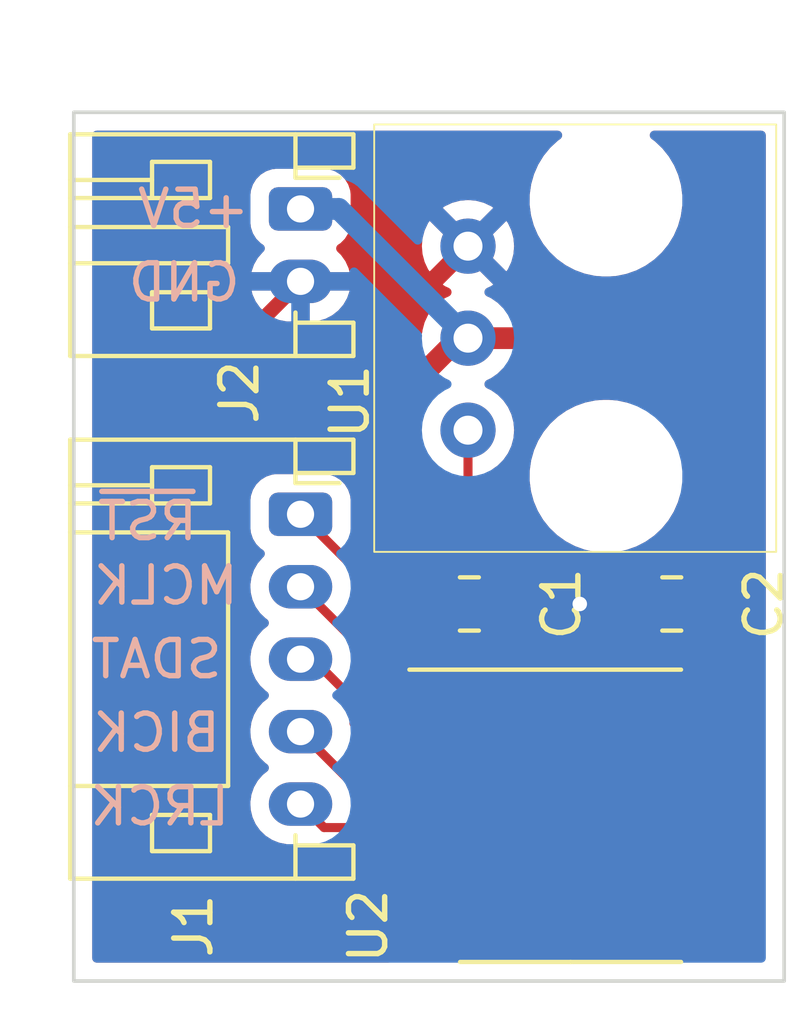
<source format=kicad_pcb>
(kicad_pcb (version 20211014) (generator pcbnew)
  (layers (0 "F.Cu" signal) (31 "B.Cu" signal) (34 "B.Paste" user) (35 "F.Paste" user) (36 "B.SilkS" user "B.Silkscreen") (37 "F.SilkS" user "F.Silkscreen") (38 "B.Mask" user) (39 "F.Mask" user) (44 "Edge.Cuts" user))
  (net 0 "")
  (net 1 "GND")
  (net 2 "+5V")
  (net 3 "/LRCK")
  (net 4 "/SDAT")
  (net 5 "/RESET")
  (net 6 "/MCLK")
  (net 11 "/TXP")
  (net 18 "/BICK")
  (footprint "Package_SO:TSSOP-24_6.1x7.8mm_P0.65mm" (layer "F.Cu") (at 55.372 113.036427)
    (fp_text reference "U2" (at -5.588 3.041573 90) (layer "F.SilkS"))
    (fp_text value "AK4103A")
    (fp_line (start 0 4.035) (end -3.05 4.035) (layer "F.SilkS") (width 0.12))
    (fp_line (start 0 4.035) (end 3.05 4.035) (layer "F.SilkS") (width 0.12))
    (fp_line (start 0 -4.035) (end 3.05 -4.035) (layer "F.SilkS") (width 0.12))
    (fp_line (start 0 -4.035) (end -4.45 -4.035) (layer "F.SilkS") (width 0.12))
    (pad "1" smd roundrect locked (at -3.7125 -3.575) (size 1.475 0.4) (layers "F.Cu" "F.Paste" "F.Mask") (net 1 "GND"))
    (pad "2" smd roundrect locked (at -3.7125 -2.925) (size 1.475 0.4) (layers "F.Cu" "F.Paste" "F.Mask") (net 1 "GND"))
    (pad "3" smd roundrect locked (at -3.7125 -2.275) (size 1.475 0.4) (layers "F.Cu" "F.Paste" "F.Mask") (net 5 "/RESET"))
    (pad "4" smd roundrect locked (at -3.7125 -1.625) (size 1.475 0.4) (layers "F.Cu" "F.Paste" "F.Mask") (net 6 "/MCLK"))
    (pad "5" smd roundrect locked (at -3.7125 -0.975) (size 1.475 0.4) (layers "F.Cu" "F.Paste" "F.Mask") (net 4 "/SDAT"))
    (pad "6" smd roundrect locked (at -3.7125 -0.325) (size 1.475 0.4) (layers "F.Cu" "F.Paste" "F.Mask") (net 18 "/BICK"))
    (pad "7" smd roundrect locked (at -3.7125 0.325) (size 1.475 0.4) (layers "F.Cu" "F.Paste" "F.Mask") (net 3 "/LRCK"))
    (pad "8" smd roundrect locked (at -3.7125 0.975) (size 1.475 0.4) (layers "F.Cu" "F.Paste" "F.Mask"))
    (pad "9" smd roundrect locked (at -3.7125 1.625) (size 1.475 0.4) (layers "F.Cu" "F.Paste" "F.Mask"))
    (pad "10" smd roundrect locked (at -3.7125 2.275) (size 1.475 0.4) (layers "F.Cu" "F.Paste" "F.Mask"))
    (pad "11" smd roundrect locked (at -3.7125 2.925) (size 1.475 0.4) (layers "F.Cu" "F.Paste" "F.Mask"))
    (pad "12" smd roundrect locked (at -3.7125 3.575) (size 1.475 0.4) (layers "F.Cu" "F.Paste" "F.Mask") (net 1 "GND"))
    (pad "13" smd roundrect locked (at 3.7125 3.575) (size 1.475 0.4) (layers "F.Cu" "F.Paste" "F.Mask"))
    (pad "14" smd roundrect locked (at 3.7125 2.925) (size 1.475 0.4) (layers "F.Cu" "F.Paste" "F.Mask"))
    (pad "15" smd roundrect locked (at 3.7125 2.275) (size 1.475 0.4) (layers "F.Cu" "F.Paste" "F.Mask"))
    (pad "16" smd roundrect locked (at 3.7125 1.625) (size 1.475 0.4) (layers "F.Cu" "F.Paste" "F.Mask"))
    (pad "17" smd roundrect locked (at 3.7125 0.975) (size 1.475 0.4) (layers "F.Cu" "F.Paste" "F.Mask") (net 2 "+5V"))
    (pad "18" smd roundrect locked (at 3.7125 0.325) (size 1.475 0.4) (layers "F.Cu" "F.Paste" "F.Mask") (net 1 "GND"))
    (pad "19" smd roundrect locked (at 3.7125 -0.325) (size 1.475 0.4) (layers "F.Cu" "F.Paste" "F.Mask"))
    (pad "20" smd roundrect locked (at 3.7125 -0.975) (size 1.475 0.4) (layers "F.Cu" "F.Paste" "F.Mask") (net 11 "/TXP"))
    (pad "21" smd roundrect locked (at 3.7125 -1.625) (size 1.475 0.4) (layers "F.Cu" "F.Paste" "F.Mask") (net 2 "+5V"))
    (pad "22" smd roundrect locked (at 3.7125 -2.275) (size 1.475 0.4) (layers "F.Cu" "F.Paste" "F.Mask"))
    (pad "23" smd roundrect locked (at 3.7125 -2.925) (size 1.475 0.4) (layers "F.Cu" "F.Paste" "F.Mask"))
    (pad "24" smd roundrect locked (at 3.7125 -3.575) (size 1.475 0.4) (layers "F.Cu" "F.Paste" "F.Mask"))
  )
  (footprint "footprints:Toshiba_TOTX177" (layer "F.Cu") (at 54.91 96.03 -90)
    (fp_text reference "U1" (at 5.57 5.634 90) (layer "F.SilkS"))
    (fp_text value "TOTX-177L")
    (fp_rect (start -2.08 -6.14) (end 9.72 4.96) (layer "F.SilkS") (width 0.05) (fill none))
    (pad "" np_thru_hole circle (at 0.01 -1.44 270) (size 3.2 3.2) (drill 3.2) (layers *.Cu *.Mask))
    (pad "" np_thru_hole circle (at 7.63 -1.44 270) (size 3.2 3.2) (drill 3.2) (layers *.Cu *.Mask))
    (pad "1" thru_hole circle (at 6.36 2.37 270) (size 1.524 1.524) (drill 0.8) (layers *.Cu *.Mask) (net 11 "/TXP"))
    (pad "2" thru_hole circle (at 3.82 2.37 270) (size 1.524 1.524) (drill 0.8) (layers *.Cu *.Mask) (net 2 "+5V"))
    (pad "3" thru_hole circle (at 1.28 2.37 270) (size 1.524 1.524) (drill 0.8) (layers *.Cu *.Mask) (net 1 "GND"))
  )
  (footprint "Connector_JST:JST_PH_S2B-PH-K_1x02_P2.00mm_Horizontal" (layer "F.Cu") (at 47.916 96.282 -90)
    (fp_text reference "J2" (at 5.064 1.688 90) (layer "F.SilkS"))
    (fp_text value "Conn_01x02_Male")
    (fp_line (start 2.3 4.1) (end 2.3 2.5) (layer "F.SilkS") (width 0.12))
    (fp_line (start 2.3 2.5) (end 3.3 2.5) (layer "F.SilkS") (width 0.12))
    (fp_line (start -1.14 -1.46) (end -2.06 -1.46) (layer "F.SilkS") (width 0.12))
    (fp_line (start -1.3 2.5) (end -1.3 4.1) (layer "F.SilkS") (width 0.12))
    (fp_line (start -2.06 0.14) (end -1.14 0.14) (layer "F.SilkS") (width 0.12))
    (fp_line (start 3.14 -1.46) (end 3.14 0.14) (layer "F.SilkS") (width 0.12))
    (fp_line (start -2.06 -1.46) (end -2.06 6.36) (layer "F.SilkS") (width 0.12))
    (fp_line (start 0.5 6.36) (end 0.5 2) (layer "F.SilkS") (width 0.12))
    (fp_line (start -0.3 2.5) (end -1.3 2.5) (layer "F.SilkS") (width 0.12))
    (fp_line (start -0.86 0.14) (end -0.86 -1.075) (layer "F.SilkS") (width 0.12))
    (fp_line (start -0.8 4.1) (end -0.8 6.36) (layer "F.SilkS") (width 0.12))
    (fp_line (start 0.5 2) (end 1.5 2) (layer "F.SilkS") (width 0.12))
    (fp_line (start 4.06 6.36) (end 4.06 -1.46) (layer "F.SilkS") (width 0.12))
    (fp_line (start 4.06 0.14) (end 3.14 0.14) (layer "F.SilkS") (width 0.12))
    (fp_line (start 3.3 2.5) (end 3.3 4.1) (layer "F.SilkS") (width 0.12))
    (fp_line (start -2.06 6.36) (end 4.06 6.36) (layer "F.SilkS") (width 0.12))
    (fp_line (start 4.06 -1.46) (end 3.14 -1.46) (layer "F.SilkS") (width 0.12))
    (fp_line (start 1.5 2) (end 1.5 6.36) (layer "F.SilkS") (width 0.12))
    (fp_line (start 3.3 4.1) (end 2.3 4.1) (layer "F.SilkS") (width 0.12))
    (fp_line (start -0.3 4.1) (end -0.3 2.5) (layer "F.SilkS") (width 0.12))
    (fp_line (start -0.86 0.14) (end -1.14 0.14) (layer "F.SilkS") (width 0.12))
    (fp_line (start 3.14 0.14) (end 2.86 0.14) (layer "F.SilkS") (width 0.12))
    (fp_line (start -1.3 4.1) (end -0.3 4.1) (layer "F.SilkS") (width 0.12))
    (fp_line (start -1.14 0.14) (end -1.14 -1.46) (layer "F.SilkS") (width 0.12))
    (fp_line (start -0.3 4.1) (end -0.3 6.36) (layer "F.SilkS") (width 0.12))
    (pad "1" thru_hole roundrect (at 0 0 270) (size 1.2 1.75) (drill 0.75) (layers *.Cu *.Mask) (roundrect_rratio 0.2083333333) (net 2 "+5V"))
    (pad "2" thru_hole oval (at 2 0 270) (size 1.2 1.75) (drill 0.75) (layers *.Cu *.Mask) (net 1 "GND"))
  )
  (footprint "Capacitor_SMD:C_0805_2012Metric_Pad1.18x1.45mm_HandSolder" (layer "F.Cu") (at 58.166 107.188)
    (fp_text reference "C2" (at 2.54 0 90) (layer "F.SilkS"))
    (fp_text value "0.1u/35V")
    (fp_line (start -0.261252 -0.735) (end 0.261252 -0.735) (layer "F.SilkS") (width 0.12))
    (fp_line (start -0.261252 0.735) (end 0.261252 0.735) (layer "F.SilkS") (width 0.12))
    (pad "1" smd roundrect (at -1.0375 0) (size 1.175 1.45) (layers "F.Cu" "F.Paste" "F.Mask") (roundrect_rratio 0.2127659574) (net 1 "GND"))
    (pad "2" smd roundrect (at 1.0375 0) (size 1.175 1.45) (layers "F.Cu" "F.Paste" "F.Mask") (roundrect_rratio 0.2127659574) (net 2 "+5V"))
  )
  (footprint "Connector_JST:JST_PH_S5B-PH-K_1x05_P2.00mm_Horizontal" (layer "F.Cu") (at 47.916 104.712 -90)
    (fp_text reference "J1" (at 11.366 2.958 90) (layer "F.SilkS"))
    (fp_text value "Conn_01x05_Male")
    (fp_line (start 8.3 2.5) (end 9.3 2.5) (layer "F.SilkS") (width 0.12))
    (fp_line (start -1.3 2.5) (end -1.3 4.1) (layer "F.SilkS") (width 0.12))
    (fp_line (start 7.5 2) (end 7.5 6.36) (layer "F.SilkS") (width 0.12))
    (fp_line (start 0.5 2) (end 7.5 2) (layer "F.SilkS") (width 0.12))
    (fp_line (start -0.86 0.14) (end -1.14 0.14) (layer "F.SilkS") (width 0.12))
    (fp_line (start 10.06 -1.46) (end 9.14 -1.46) (layer "F.SilkS") (width 0.12))
    (fp_line (start -1.14 -1.46) (end -2.06 -1.46) (layer "F.SilkS") (width 0.12))
    (fp_line (start 8.3 4.1) (end 8.3 2.5) (layer "F.SilkS") (width 0.12))
    (fp_line (start -0.8 4.1) (end -0.8 6.36) (layer "F.SilkS") (width 0.12))
    (fp_line (start 9.3 4.1) (end 8.3 4.1) (layer "F.SilkS") (width 0.12))
    (fp_line (start -2.06 0.14) (end -1.14 0.14) (layer "F.SilkS") (width 0.12))
    (fp_line (start 10.06 0.14) (end 9.14 0.14) (layer "F.SilkS") (width 0.12))
    (fp_line (start -2.06 -1.46) (end -2.06 6.36) (layer "F.SilkS") (width 0.12))
    (fp_line (start -1.3 4.1) (end -0.3 4.1) (layer "F.SilkS") (width 0.12))
    (fp_line (start -0.3 2.5) (end -1.3 2.5) (layer "F.SilkS") (width 0.12))
    (fp_line (start -2.06 6.36) (end 10.06 6.36) (layer "F.SilkS") (width 0.12))
    (fp_line (start 9.14 0.14) (end 8.86 0.14) (layer "F.SilkS") (width 0.12))
    (fp_line (start -0.3 4.1) (end -0.3 6.36) (layer "F.SilkS") (width 0.12))
    (fp_line (start 10.06 6.36) (end 10.06 -1.46) (layer "F.SilkS") (width 0.12))
    (fp_line (start -1.14 0.14) (end -1.14 -1.46) (layer "F.SilkS") (width 0.12))
    (fp_line (start 9.3 2.5) (end 9.3 4.1) (layer "F.SilkS") (width 0.12))
    (fp_line (start 0.5 6.36) (end 0.5 2) (layer "F.SilkS") (width 0.12))
    (fp_line (start -0.3 4.1) (end -0.3 2.5) (layer "F.SilkS") (width 0.12))
    (fp_line (start -0.86 0.14) (end -0.86 -1.075) (layer "F.SilkS") (width 0.12))
    (fp_line (start 9.14 -1.46) (end 9.14 0.14) (layer "F.SilkS") (width 0.12))
    (pad "1" thru_hole roundrect (at 0 0 270) (size 1.2 1.75) (drill 0.75) (layers *.Cu *.Mask) (roundrect_rratio 0.2083333333) (net 5 "/RESET"))
    (pad "2" thru_hole oval (at 2 0 270) (size 1.2 1.75) (drill 0.75) (layers *.Cu *.Mask) (net 6 "/MCLK"))
    (pad "3" thru_hole oval (at 4 0 270) (size 1.2 1.75) (drill 0.75) (layers *.Cu *.Mask) (net 4 "/SDAT"))
    (pad "4" thru_hole oval (at 6 0 270) (size 1.2 1.75) (drill 0.75) (layers *.Cu *.Mask) (net 18 "/BICK"))
    (pad "5" thru_hole oval (at 8 0 270) (size 1.2 1.75) (drill 0.75) (layers *.Cu *.Mask) (net 3 "/LRCK"))
  )
  (footprint "Capacitor_SMD:C_0805_2012Metric_Pad1.18x1.45mm_HandSolder" (layer "F.Cu") (at 52.578 107.188 180)
    (fp_text reference "C1" (at -2.54 0 270) (layer "F.SilkS"))
    (fp_text value "0.1u/35V")
    (fp_line (start -0.261252 -0.735) (end 0.261252 -0.735) (layer "F.SilkS") (width 0.12))
    (fp_line (start -0.261252 0.735) (end 0.261252 0.735) (layer "F.SilkS") (width 0.12))
    (pad "1" smd roundrect (at -1.0375 0 180) (size 1.175 1.45) (layers "F.Cu" "F.Paste" "F.Mask") (roundrect_rratio 0.2127659574) (net 1 "GND"))
    (pad "2" smd roundrect (at 1.0375 0 180) (size 1.175 1.45) (layers "F.Cu" "F.Paste" "F.Mask") (roundrect_rratio 0.2127659574) (net 2 "+5V"))
  )
  (gr_rect (start 41.656 93.614) (end 61.27 117.598) (layer "Edge.Cuts") (width 0.1) (fill none))
  (gr_text "GND" (at 44.704 98.313) (layer "B.SilkS") (effects (font (size 1 1)) (justify mirror)))
  (gr_text "BICK" (at 43.942 110.744) (layer "B.SilkS") (effects (font (size 1 1)) (justify mirror)))
  (gr_text "~{RST}" (at 43.688 104.902) (layer "B.SilkS") (effects (font (size 1 1)) (justify mirror)))
  (gr_text "LRCK" (at 44.03 112.776) (layer "B.SilkS") (effects (font (size 1 1)) (justify mirror)))
  (gr_text "MCLK" (at 44.196 106.68) (layer "B.SilkS") (effects (font (size 1 1)) (justify mirror)))
  (gr_text "SDAT" (at 43.942 108.712) (layer "B.SilkS") (effects (font (size 1 1)) (justify mirror)))
  (gr_text "+5V" (at 44.958 96.281) (layer "B.SilkS") (effects (font (size 1 1)) (justify mirror)))
  (segment (start 51.6595 109.461427) (end 51.6595 110.111427) (width 0.4) (layer "F.Cu") (net 1))
  (segment (start 53.34 115.724854) (end 52.453427 116.611427) (width 0.4) (layer "F.Cu") (net 1))
  (segment (start 55.703427 113.361427) (end 59.253 113.361427) (width 0.4) (layer "F.Cu") (net 1))
  (segment (start 48.793427 116.611427) (end 52.453427 116.611427) (width 0.4) (layer "F.Cu") (net 1))
  (segment (start 53.34 110.998) (end 53.34 115.724854) (width 0.4) (layer "F.Cu") (net 1))
  (segment (start 45.974 100.224) (end 47.916 98.282) (width 0.4) (layer "F.Cu") (net 1))
  (segment (start 45.974 113.792) (end 45.974 100.224) (width 0.4) (layer "F.Cu") (net 1))
  (segment (start 51.803427 109.461427) (end 55.703427 113.361427) (width 0.4) (layer "F.Cu") (net 1))
  (segment (start 48.793427 116.611427) (end 45.974 113.792) (width 0.4) (layer "F.Cu") (net 1))
  (segment (start 51.6595 110.111427) (end 52.453427 110.111427) (width 0.4) (layer "F.Cu") (net 1))
  (via (at 55.626 107.188) (size 0.8) (drill 0.4) (layers "F.Cu" "B.Cu") (net 1))
  (segment (start 60.332376 113.577751) (end 60.2513 113.658827) (width 0.5) (layer "F.Cu") (net 2))
  (segment (start 60.198 111.506) (end 60.103427 111.411427) (width 0.4) (layer "F.Cu") (net 2))
  (segment (start 52.291 99.85) (end 50.546 101.595) (width 0.6) (layer "F.Cu") (net 2))
  (segment (start 59.436 102.616) (end 56.67 99.85) (width 0.6) (layer "F.Cu") (net 2))
  (segment (start 51.5405 106.4045) (end 51.5405 107.188) (width 0.6) (layer "F.Cu") (net 2))
  (segment (start 60.103427 111.411427) (end 59.0845 111.411427) (width 0.4) (layer "F.Cu") (net 2))
  (segment (start 60.332376 108.570876) (end 60.332376 113.577751) (width 0.5) (layer "F.Cu") (net 2))
  (segment (start 59.436 106.934) (end 59.436 102.616) (width 0.6) (layer "F.Cu") (net 2))
  (segment (start 50.546 101.595) (end 50.546 105.41) (width 0.6) (layer "F.Cu") (net 2))
  (segment (start 59.0845 114.011427) (end 59.9383 114.011427) (width 0.4) (layer "F.Cu") (net 2))
  (segment (start 56.67 99.85) (end 52.54 99.85) (width 0.6) (layer "F.Cu") (net 2))
  (segment (start 58.9495 107.188) (end 60.332376 108.570876) (width 0.5) (layer "F.Cu") (net 2))
  (segment (start 50.546 105.41) (end 51.5405 106.4045) (width 0.6) (layer "F.Cu") (net 2))
  (segment (start 60.2513 113.658827) (end 60.2711 113.678627) (width 0.4) (layer "F.Cu") (net 2))
  (segment (start 59.9383 114.011427) (end 60.2711 113.678627) (width 0.4) (layer "F.Cu") (net 2))
  (segment (start 48.006 96.282) (end 48.972 96.282) (width 0.6) (layer "B.Cu") (net 2))
  (segment (start 48.972 96.282) (end 52.54 99.85) (width 0.6) (layer "B.Cu") (net 2))
  (segment (start 47.916 112.712) (end 48.565427 113.361427) (width 0.25) (layer "F.Cu") (net 3))
  (segment (start 48.565427 113.361427) (end 51.6595 113.361427) (width 0.25) (layer "F.Cu") (net 3))
  (segment (start 49.39296 110.482748) (end 50.971639 112.061427) (width 0.25) (layer "F.Cu") (net 4))
  (segment (start 49.39296 109.84496) (end 49.39296 110.482748) (width 0.25) (layer "F.Cu") (net 4))
  (segment (start 50.971639 112.061427) (end 51.6595 112.061427) (width 0.25) (layer "F.Cu") (net 4))
  (segment (start 48.26 108.712) (end 49.39296 109.84496) (width 0.25) (layer "F.Cu") (net 4))
  (segment (start 50.292 107.088) (end 50.292 109.982) (width 0.25) (layer "F.Cu") (net 5))
  (segment (start 50.292 110.081788) (end 50.971639 110.761427) (width 0.25) (layer "F.Cu") (net 5))
  (segment (start 50.971639 110.761427) (end 51.6595 110.761427) (width 0.25) (layer "F.Cu") (net 5))
  (segment (start 47.916 104.712) (end 50.292 107.088) (width 0.25) (layer "F.Cu") (net 5))
  (segment (start 50.957357 111.411427) (end 51.6595 111.411427) (width 0.25) (layer "F.Cu") (net 6))
  (segment (start 49.84248 110.29655) (end 50.957357 111.411427) (width 0.25) (layer "F.Cu") (net 6))
  (segment (start 47.916 106.712) (end 49.84248 108.63848) (width 0.25) (layer "F.Cu") (net 6))
  (segment (start 49.84248 108.63848) (end 49.84248 110.236) (width 0.25) (layer "F.Cu") (net 6))
  (segment (start 54.864 109.982) (end 56.943427 112.061427) (width 0.25) (layer "F.Cu") (net 11))
  (segment (start 52.54 102.39) (end 52.54 104.102) (width 0.25) (layer "F.Cu") (net 11))
  (segment (start 56.943427 112.061427) (end 59.0845 112.061427) (width 0.25) (layer "F.Cu") (net 11))
  (segment (start 54.864 106.426) (end 54.864 109.982) (width 0.25) (layer "F.Cu") (net 11))
  (segment (start 52.54 104.102) (end 54.864 106.426) (width 0.25) (layer "F.Cu") (net 11))
  (segment (start 47.916 110.712) (end 49.915427 112.711427) (width 0.25) (layer "F.Cu") (net 18))
  (segment (start 49.915427 112.711427) (end 51.6595 112.711427) (width 0.25) (layer "F.Cu") (net 18))
  (zone (net 1) (net_name "GND") (layer "F.Cu") (connect_pads (clearance 0.508)) (min_thickness 0.254) (fill yes (thermal_gap 0.508) (thermal_bridge_width 0.508))
    (polygon (pts (xy 61.536 118.792) (xy 40.8015 118.792) (xy 40.8015 93.478) (xy 61.536 93.478)))
  )
  (zone (net 1) (net_name "GND") (layer "B.Cu") (connect_pads (clearance 0.508)) (min_thickness 0.254) (fill yes (thermal_gap 0.508) (thermal_bridge_width 0.508))
    (polygon (pts (xy 61.276165 93.486742) (xy 40.623612 93.505302) (xy 40.606755 118.389405) (xy 61.259308 118.370845)))
  )
)
</source>
